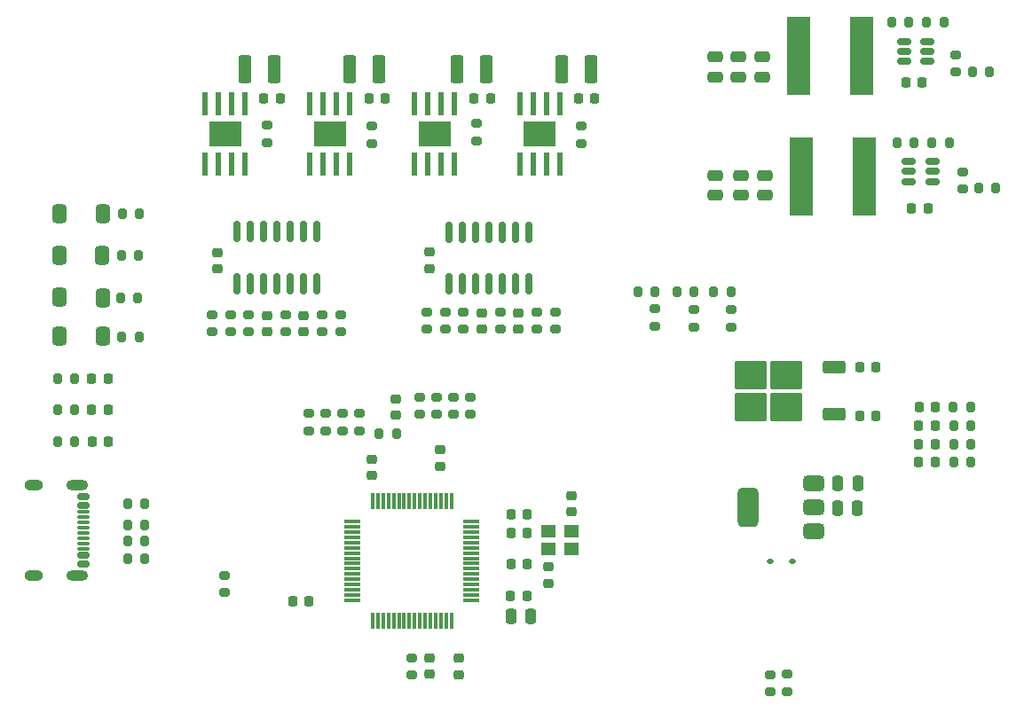
<source format=gtp>
G04 #@! TF.GenerationSoftware,KiCad,Pcbnew,8.0.1*
G04 #@! TF.CreationDate,2024-08-03T12:43:22+02:00*
G04 #@! TF.ProjectId,stepper_controller_v2,73746570-7065-4725-9f63-6f6e74726f6c,rev?*
G04 #@! TF.SameCoordinates,Original*
G04 #@! TF.FileFunction,Paste,Top*
G04 #@! TF.FilePolarity,Positive*
%FSLAX46Y46*%
G04 Gerber Fmt 4.6, Leading zero omitted, Abs format (unit mm)*
G04 Created by KiCad (PCBNEW 8.0.1) date 2024-08-03 12:43:22*
%MOMM*%
%LPD*%
G01*
G04 APERTURE LIST*
G04 Aperture macros list*
%AMRoundRect*
0 Rectangle with rounded corners*
0 $1 Rounding radius*
0 $2 $3 $4 $5 $6 $7 $8 $9 X,Y pos of 4 corners*
0 Add a 4 corners polygon primitive as box body*
4,1,4,$2,$3,$4,$5,$6,$7,$8,$9,$2,$3,0*
0 Add four circle primitives for the rounded corners*
1,1,$1+$1,$2,$3*
1,1,$1+$1,$4,$5*
1,1,$1+$1,$6,$7*
1,1,$1+$1,$8,$9*
0 Add four rect primitives between the rounded corners*
20,1,$1+$1,$2,$3,$4,$5,0*
20,1,$1+$1,$4,$5,$6,$7,0*
20,1,$1+$1,$6,$7,$8,$9,0*
20,1,$1+$1,$8,$9,$2,$3,0*%
G04 Aperture macros list end*
%ADD10RoundRect,0.225000X-0.250000X0.225000X-0.250000X-0.225000X0.250000X-0.225000X0.250000X0.225000X0*%
%ADD11RoundRect,0.250000X-0.475000X0.250000X-0.475000X-0.250000X0.475000X-0.250000X0.475000X0.250000X0*%
%ADD12RoundRect,0.225000X-0.225000X-0.250000X0.225000X-0.250000X0.225000X0.250000X-0.225000X0.250000X0*%
%ADD13RoundRect,0.200000X-0.275000X0.200000X-0.275000X-0.200000X0.275000X-0.200000X0.275000X0.200000X0*%
%ADD14RoundRect,0.200000X0.275000X-0.200000X0.275000X0.200000X-0.275000X0.200000X-0.275000X-0.200000X0*%
%ADD15R,3.100000X2.400000*%
%ADD16R,0.500000X2.200000*%
%ADD17RoundRect,0.200000X-0.200000X-0.275000X0.200000X-0.275000X0.200000X0.275000X-0.200000X0.275000X0*%
%ADD18R,1.400000X1.200000*%
%ADD19RoundRect,0.250000X-0.250000X-0.475000X0.250000X-0.475000X0.250000X0.475000X-0.250000X0.475000X0*%
%ADD20RoundRect,0.218750X-0.218750X-0.256250X0.218750X-0.256250X0.218750X0.256250X-0.218750X0.256250X0*%
%ADD21RoundRect,0.112500X-0.187500X-0.112500X0.187500X-0.112500X0.187500X0.112500X-0.187500X0.112500X0*%
%ADD22RoundRect,0.218750X0.218750X0.256250X-0.218750X0.256250X-0.218750X-0.256250X0.218750X-0.256250X0*%
%ADD23RoundRect,0.337500X-0.337500X-0.562500X0.337500X-0.562500X0.337500X0.562500X-0.337500X0.562500X0*%
%ADD24RoundRect,0.375000X0.625000X0.375000X-0.625000X0.375000X-0.625000X-0.375000X0.625000X-0.375000X0*%
%ADD25RoundRect,0.500000X0.500000X1.400000X-0.500000X1.400000X-0.500000X-1.400000X0.500000X-1.400000X0*%
%ADD26RoundRect,0.250000X0.850000X0.350000X-0.850000X0.350000X-0.850000X-0.350000X0.850000X-0.350000X0*%
%ADD27RoundRect,0.250000X1.275000X1.125000X-1.275000X1.125000X-1.275000X-1.125000X1.275000X-1.125000X0*%
%ADD28R,2.200000X7.500000*%
%ADD29RoundRect,0.225000X0.225000X0.250000X-0.225000X0.250000X-0.225000X-0.250000X0.225000X-0.250000X0*%
%ADD30RoundRect,0.150000X-0.150000X0.825000X-0.150000X-0.825000X0.150000X-0.825000X0.150000X0.825000X0*%
%ADD31RoundRect,0.225000X0.250000X-0.225000X0.250000X0.225000X-0.250000X0.225000X-0.250000X-0.225000X0*%
%ADD32RoundRect,0.200000X0.200000X0.275000X-0.200000X0.275000X-0.200000X-0.275000X0.200000X-0.275000X0*%
%ADD33RoundRect,0.150000X-0.425000X0.150000X-0.425000X-0.150000X0.425000X-0.150000X0.425000X0.150000X0*%
%ADD34RoundRect,0.075000X-0.500000X0.075000X-0.500000X-0.075000X0.500000X-0.075000X0.500000X0.075000X0*%
%ADD35O,2.100000X1.000000*%
%ADD36O,1.800000X1.000000*%
%ADD37RoundRect,0.250000X-0.375000X-1.075000X0.375000X-1.075000X0.375000X1.075000X-0.375000X1.075000X0*%
%ADD38RoundRect,0.150000X-0.512500X-0.150000X0.512500X-0.150000X0.512500X0.150000X-0.512500X0.150000X0*%
%ADD39RoundRect,0.075000X0.700000X0.075000X-0.700000X0.075000X-0.700000X-0.075000X0.700000X-0.075000X0*%
%ADD40RoundRect,0.075000X0.075000X0.700000X-0.075000X0.700000X-0.075000X-0.700000X0.075000X-0.700000X0*%
%ADD41RoundRect,0.250000X0.250000X0.475000X-0.250000X0.475000X-0.250000X-0.475000X0.250000X-0.475000X0*%
G04 APERTURE END LIST*
D10*
X157250000Y-117225000D03*
X157250000Y-118775000D03*
D11*
X186250000Y-59800000D03*
X186250000Y-61700000D03*
D12*
X195525000Y-89400000D03*
X197075000Y-89400000D03*
D13*
X144250000Y-84425000D03*
X144250000Y-86075000D03*
D14*
X153600000Y-93925000D03*
X153600000Y-92275000D03*
D15*
X145000000Y-67125000D03*
D16*
X143095000Y-70000000D03*
X144365000Y-70000000D03*
X145635000Y-70000000D03*
X146905000Y-70000000D03*
X146905000Y-64250000D03*
X145635000Y-64250000D03*
X144365000Y-64250000D03*
X143095000Y-64250000D03*
D17*
X125125000Y-86545000D03*
X126775000Y-86545000D03*
D18*
X165800000Y-106750000D03*
X168000000Y-106750000D03*
X168000000Y-105050000D03*
X165800000Y-105050000D03*
D13*
X169000000Y-66425000D03*
X169000000Y-68075000D03*
D14*
X147800000Y-95500000D03*
X147800000Y-93850000D03*
D15*
X165000000Y-67125000D03*
D16*
X163095000Y-70000000D03*
X164365000Y-70000000D03*
X165635000Y-70000000D03*
X166905000Y-70000000D03*
X166905000Y-64250000D03*
X165635000Y-64250000D03*
X164365000Y-64250000D03*
X163095000Y-64250000D03*
D19*
X162250000Y-113250000D03*
X164150000Y-113250000D03*
D10*
X159500000Y-84225000D03*
X159500000Y-85775000D03*
D20*
X122287500Y-96500000D03*
X123862500Y-96500000D03*
D21*
X187000000Y-108000000D03*
X189100000Y-108000000D03*
D22*
X202750000Y-98500000D03*
X201175000Y-98500000D03*
D23*
X119200000Y-74745000D03*
X123300000Y-74795000D03*
D10*
X154500000Y-78450000D03*
X154500000Y-80000000D03*
D13*
X135500000Y-84425000D03*
X135500000Y-86075000D03*
D15*
X135000000Y-67125000D03*
D16*
X133095000Y-70000000D03*
X134365000Y-70000000D03*
X135635000Y-70000000D03*
X136905000Y-70000000D03*
X136905000Y-64250000D03*
X135635000Y-64250000D03*
X134365000Y-64250000D03*
X133095000Y-64250000D03*
D14*
X152800000Y-118825000D03*
X152800000Y-117175000D03*
D10*
X163000000Y-84225000D03*
X163000000Y-85775000D03*
D12*
X148750000Y-63750000D03*
X150300000Y-63750000D03*
D24*
X191150000Y-105100000D03*
X191150000Y-102800000D03*
D25*
X184850000Y-102800000D03*
D24*
X191150000Y-100500000D03*
D11*
X186500000Y-71100000D03*
X186500000Y-73000000D03*
D13*
X156000000Y-84175000D03*
X156000000Y-85825000D03*
D10*
X165800000Y-108500000D03*
X165800000Y-110050000D03*
D14*
X156800000Y-93950000D03*
X156800000Y-92300000D03*
D17*
X206900000Y-72325000D03*
X208550000Y-72325000D03*
X178100000Y-82250000D03*
X179750000Y-82250000D03*
D14*
X155200000Y-93925000D03*
X155200000Y-92275000D03*
D26*
X193125000Y-93955000D03*
D27*
X188500000Y-93200000D03*
X188500000Y-90150000D03*
X185150000Y-93200000D03*
X185150000Y-90150000D03*
D26*
X193125000Y-89395000D03*
D28*
X196000000Y-71250000D03*
X190000000Y-71250000D03*
D29*
X143000000Y-111750000D03*
X141450000Y-111750000D03*
X202050000Y-74250000D03*
X200500000Y-74250000D03*
D17*
X125175000Y-74795000D03*
X126825000Y-74795000D03*
X204500000Y-96750000D03*
X206150000Y-96750000D03*
D12*
X138700000Y-63750000D03*
X140250000Y-63750000D03*
D10*
X139000000Y-84475000D03*
X139000000Y-86025000D03*
D13*
X164750000Y-84175000D03*
X164750000Y-85825000D03*
D17*
X174350000Y-82250000D03*
X176000000Y-82250000D03*
D30*
X143770000Y-76500000D03*
X142500000Y-76500000D03*
X141230000Y-76500000D03*
X139960000Y-76500000D03*
X138690000Y-76500000D03*
X137420000Y-76500000D03*
X136150000Y-76500000D03*
X136150000Y-81450000D03*
X137420000Y-81450000D03*
X138690000Y-81450000D03*
X139960000Y-81450000D03*
X141230000Y-81450000D03*
X142500000Y-81450000D03*
X143770000Y-81450000D03*
D13*
X183250000Y-83925000D03*
X183250000Y-85575000D03*
D17*
X199100000Y-68000000D03*
X200750000Y-68000000D03*
D14*
X154250000Y-85825000D03*
X154250000Y-84175000D03*
D12*
X162250000Y-103500000D03*
X163800000Y-103500000D03*
D22*
X202750000Y-95000000D03*
X201175000Y-95000000D03*
D14*
X158400000Y-93950000D03*
X158400000Y-92300000D03*
X143000000Y-95500000D03*
X143000000Y-93850000D03*
X146200000Y-95500000D03*
X146200000Y-93850000D03*
D23*
X119200000Y-86450000D03*
X123300000Y-86500000D03*
D13*
X179750000Y-83925000D03*
X179750000Y-85575000D03*
D12*
X195525000Y-94100000D03*
X197075000Y-94100000D03*
D31*
X149000000Y-99775000D03*
X149000000Y-98225000D03*
D32*
X120650000Y-90500000D03*
X119000000Y-90500000D03*
D17*
X125000000Y-82795000D03*
X126650000Y-82795000D03*
X181600000Y-82250000D03*
X183250000Y-82250000D03*
D31*
X151250000Y-94000000D03*
X151250000Y-92450000D03*
D33*
X121500000Y-101800000D03*
X121500000Y-102600000D03*
D34*
X121500000Y-103750000D03*
X121500000Y-104750000D03*
X121500000Y-105250000D03*
X121500000Y-106250000D03*
D33*
X121500000Y-107400000D03*
X121500000Y-108200000D03*
X121500000Y-108200000D03*
X121500000Y-107400000D03*
D34*
X121500000Y-106750000D03*
X121500000Y-105750000D03*
X121500000Y-104250000D03*
X121500000Y-103250000D03*
D33*
X121500000Y-102600000D03*
X121500000Y-101800000D03*
D35*
X120925000Y-100680000D03*
D36*
X116745000Y-100680000D03*
D35*
X120925000Y-109320000D03*
D36*
X116745000Y-109320000D03*
D14*
X166500000Y-85825000D03*
X166500000Y-84175000D03*
X140750000Y-86075000D03*
X140750000Y-84425000D03*
D10*
X142500000Y-84475000D03*
X142500000Y-86025000D03*
D37*
X146850000Y-61000000D03*
X149650000Y-61000000D03*
D31*
X155500000Y-98875000D03*
X155500000Y-97325000D03*
D17*
X125100000Y-78795000D03*
X126750000Y-78795000D03*
D19*
X193400000Y-102900000D03*
X195300000Y-102900000D03*
D14*
X133750000Y-86075000D03*
X133750000Y-84425000D03*
D38*
X200225000Y-69800000D03*
X200225000Y-70750000D03*
X200225000Y-71700000D03*
X202500000Y-71700000D03*
X202500000Y-70750000D03*
X202500000Y-69800000D03*
D12*
X162250000Y-108250000D03*
X163800000Y-108250000D03*
D13*
X187000000Y-118775000D03*
X187000000Y-120425000D03*
D20*
X122250000Y-93500000D03*
X123825000Y-93500000D03*
D39*
X158500000Y-111675000D03*
X158500000Y-111175000D03*
X158500000Y-110675000D03*
X158500000Y-110175000D03*
X158500000Y-109675000D03*
X158500000Y-109175000D03*
X158500000Y-108675000D03*
X158500000Y-108175000D03*
X158500000Y-107675000D03*
X158500000Y-107175000D03*
X158500000Y-106675000D03*
X158500000Y-106175000D03*
X158500000Y-105675000D03*
X158500000Y-105175000D03*
X158500000Y-104675000D03*
X158500000Y-104175000D03*
D40*
X156575000Y-102250000D03*
X156075000Y-102250000D03*
X155575000Y-102250000D03*
X155075000Y-102250000D03*
X154575000Y-102250000D03*
X154075000Y-102250000D03*
X153575000Y-102250000D03*
X153075000Y-102250000D03*
X152575000Y-102250000D03*
X152075000Y-102250000D03*
X151575000Y-102250000D03*
X151075000Y-102250000D03*
X150575000Y-102250000D03*
X150075000Y-102250000D03*
X149575000Y-102250000D03*
X149075000Y-102250000D03*
D39*
X147150000Y-104175000D03*
X147150000Y-104675000D03*
X147150000Y-105175000D03*
X147150000Y-105675000D03*
X147150000Y-106175000D03*
X147150000Y-106675000D03*
X147150000Y-107175000D03*
X147150000Y-107675000D03*
X147150000Y-108175000D03*
X147150000Y-108675000D03*
X147150000Y-109175000D03*
X147150000Y-109675000D03*
X147150000Y-110175000D03*
X147150000Y-110675000D03*
X147150000Y-111175000D03*
X147150000Y-111675000D03*
D40*
X149075000Y-113600000D03*
X149575000Y-113600000D03*
X150075000Y-113600000D03*
X150575000Y-113600000D03*
X151075000Y-113600000D03*
X151575000Y-113600000D03*
X152075000Y-113600000D03*
X152575000Y-113600000D03*
X153075000Y-113600000D03*
X153575000Y-113600000D03*
X154075000Y-113600000D03*
X154575000Y-113600000D03*
X155075000Y-113600000D03*
X155575000Y-113600000D03*
X156075000Y-113600000D03*
X156575000Y-113600000D03*
D17*
X125675000Y-106000000D03*
X127325000Y-106000000D03*
D13*
X139000000Y-66350000D03*
X139000000Y-68000000D03*
D12*
X162250000Y-105250000D03*
X163800000Y-105250000D03*
D14*
X157750000Y-85825000D03*
X157750000Y-84175000D03*
D41*
X195350000Y-100500000D03*
X193450000Y-100500000D03*
D15*
X155000000Y-67125000D03*
D16*
X153095000Y-70000000D03*
X154365000Y-70000000D03*
X155635000Y-70000000D03*
X156905000Y-70000000D03*
X156905000Y-64250000D03*
X155635000Y-64250000D03*
X154365000Y-64250000D03*
X153095000Y-64250000D03*
D17*
X204500000Y-98500000D03*
X206150000Y-98500000D03*
D14*
X146000000Y-86075000D03*
X146000000Y-84425000D03*
D11*
X181750000Y-71100000D03*
X181750000Y-73000000D03*
D30*
X164000000Y-76550000D03*
X162730000Y-76550000D03*
X161460000Y-76550000D03*
X160190000Y-76550000D03*
X158920000Y-76550000D03*
X157650000Y-76550000D03*
X156380000Y-76550000D03*
X156380000Y-81500000D03*
X157650000Y-81500000D03*
X158920000Y-81500000D03*
X160190000Y-81500000D03*
X161460000Y-81500000D03*
X162730000Y-81500000D03*
X164000000Y-81500000D03*
D32*
X120650000Y-96500000D03*
X119000000Y-96500000D03*
D13*
X149000000Y-66425000D03*
X149000000Y-68075000D03*
D14*
X137250000Y-86075000D03*
X137250000Y-84425000D03*
D17*
X204500000Y-95000000D03*
X206150000Y-95000000D03*
X125675000Y-107750000D03*
X127325000Y-107750000D03*
D20*
X122250000Y-90500000D03*
X123825000Y-90500000D03*
D17*
X125675000Y-102500000D03*
X127325000Y-102500000D03*
D32*
X151325000Y-95750000D03*
X149675000Y-95750000D03*
D14*
X161250000Y-85825000D03*
X161250000Y-84175000D03*
D13*
X188600000Y-118750000D03*
X188600000Y-120400000D03*
D23*
X119150000Y-78745000D03*
X123250000Y-78795000D03*
D14*
X134900000Y-110950000D03*
X134900000Y-109300000D03*
D37*
X167100000Y-61000000D03*
X169900000Y-61000000D03*
D13*
X176000000Y-83850000D03*
X176000000Y-85500000D03*
D12*
X168700000Y-63750000D03*
X170250000Y-63750000D03*
X158750000Y-63750000D03*
X160300000Y-63750000D03*
D37*
X157100000Y-61000000D03*
X159900000Y-61000000D03*
D28*
X195750000Y-59750000D03*
X189750000Y-59750000D03*
D23*
X119225000Y-82745000D03*
X123325000Y-82795000D03*
D10*
X154500000Y-117200000D03*
X154500000Y-118750000D03*
D37*
X136850000Y-61000000D03*
X139650000Y-61000000D03*
D38*
X199750000Y-58350000D03*
X199750000Y-59300000D03*
X199750000Y-60250000D03*
X202025000Y-60250000D03*
X202025000Y-59300000D03*
X202025000Y-58350000D03*
D22*
X202787500Y-93250000D03*
X201212500Y-93250000D03*
D11*
X184250000Y-71100000D03*
X184250000Y-73000000D03*
D17*
X125675000Y-104490000D03*
X127325000Y-104490000D03*
D22*
X202750000Y-96750000D03*
X201175000Y-96750000D03*
D17*
X201925000Y-56500000D03*
X203575000Y-56500000D03*
D14*
X204700000Y-61250000D03*
X204700000Y-59600000D03*
D12*
X162225000Y-111250000D03*
X163775000Y-111250000D03*
D13*
X159000000Y-66175000D03*
X159000000Y-67825000D03*
D17*
X206275000Y-61200000D03*
X207925000Y-61200000D03*
D14*
X144600000Y-95500000D03*
X144600000Y-93850000D03*
D17*
X198600000Y-56500000D03*
X200250000Y-56500000D03*
D10*
X134250000Y-78475000D03*
X134250000Y-80025000D03*
D31*
X168050000Y-103250000D03*
X168050000Y-101700000D03*
D17*
X204475000Y-93200000D03*
X206125000Y-93200000D03*
D11*
X181750000Y-59800000D03*
X181750000Y-61700000D03*
X184000000Y-59800000D03*
X184000000Y-61700000D03*
D29*
X201500000Y-62250000D03*
X199950000Y-62250000D03*
D17*
X202425000Y-68000000D03*
X204075000Y-68000000D03*
D14*
X205400000Y-72425000D03*
X205400000Y-70775000D03*
D32*
X120650000Y-93500000D03*
X119000000Y-93500000D03*
M02*

</source>
